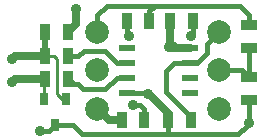
<source format=gtl>
G04 #@! TF.FileFunction,Copper,L1,Top,Signal*
%FSLAX46Y46*%
G04 Gerber Fmt 4.6, Leading zero omitted, Abs format (unit mm)*
G04 Created by KiCad (PCBNEW 0.201411101246+5259~19~ubuntu14.04.1-product) date mar 18 nov 2014 21:31:49 CET*
%MOMM*%
G01*
G04 APERTURE LIST*
%ADD10C,0.020000*%
%ADD11C,2.000000*%
%ADD12R,0.889000X1.397000*%
%ADD13R,0.800100X1.000760*%
%ADD14R,1.399540X0.599440*%
%ADD15R,1.397000X0.889000*%
%ADD16C,0.900000*%
%ADD17C,0.635000*%
%ADD18C,0.254000*%
%ADD19C,0.381000*%
%ADD20C,0.508000*%
G04 APERTURE END LIST*
D10*
D11*
X163620600Y-181889400D03*
X153320600Y-181889400D03*
X153320600Y-185139400D03*
X163620600Y-185139400D03*
X153320600Y-178639400D03*
X163620600Y-178639400D03*
D12*
X159497500Y-177700000D03*
X161402500Y-177700000D03*
D13*
X149733000Y-186519820D03*
X148780500Y-184320180D03*
X150685500Y-184320180D03*
D14*
X161142000Y-179995000D03*
X155808000Y-179995000D03*
X161142000Y-181265000D03*
X161142000Y-182535000D03*
X161142000Y-183805000D03*
X155808000Y-181265000D03*
X155808000Y-182535000D03*
X155808000Y-183805000D03*
D12*
X150812500Y-178689000D03*
X148907500Y-178689000D03*
X148907500Y-180721000D03*
X150812500Y-180721000D03*
X148907500Y-182626000D03*
X150812500Y-182626000D03*
X161202500Y-186075000D03*
X159297500Y-186075000D03*
X155372500Y-186075000D03*
X157277500Y-186075000D03*
X155797500Y-177700000D03*
X157702500Y-177700000D03*
D15*
X166175000Y-178097500D03*
X166175000Y-180002500D03*
X166175000Y-182497500D03*
X166175000Y-184402500D03*
D16*
X151503000Y-176728000D03*
X159370000Y-179960000D03*
X148455000Y-187015000D03*
X161261120Y-178980459D03*
X157570000Y-183880000D03*
X166175000Y-186385000D03*
X146050000Y-182880000D03*
X146050000Y-180975000D03*
X156025000Y-178991278D03*
X156325000Y-184826510D03*
D17*
X151503000Y-177998500D02*
X151503000Y-176728000D01*
X150812500Y-178689000D02*
X151503000Y-177998500D01*
X159497500Y-179547500D02*
X159945000Y-179995000D01*
X159945000Y-179995000D02*
X161142000Y-179995000D01*
X159497500Y-177700000D02*
X159497500Y-179547500D01*
X154256200Y-186075000D02*
X153320600Y-185139400D01*
X155372500Y-186075000D02*
X154256200Y-186075000D01*
X159497500Y-177700000D02*
X159497500Y-179033500D01*
X159405000Y-179995000D02*
X159370000Y-179960000D01*
X159945000Y-179995000D02*
X159405000Y-179995000D01*
D18*
X149733000Y-186519820D02*
X149733000Y-186620150D01*
D19*
X149237820Y-187015000D02*
X149733000Y-186519820D01*
X148455000Y-187015000D02*
X149237820Y-187015000D01*
X159297500Y-186075000D02*
X159297500Y-185572500D01*
X157580000Y-183805000D02*
X155808000Y-183805000D01*
D17*
X159297500Y-185522500D02*
X157580000Y-183805000D01*
X159297500Y-186075000D02*
X159297500Y-185522500D01*
D19*
X159297500Y-186597500D02*
X159297500Y-186075000D01*
X150514050Y-186519820D02*
X149733000Y-186519820D01*
X151244820Y-186519820D02*
X149733000Y-186519820D01*
X152050000Y-187325000D02*
X151244820Y-186519820D01*
X159468000Y-187325000D02*
X159513784Y-187325000D01*
X159297500Y-187154500D02*
X159468000Y-187325000D01*
X159297500Y-186075000D02*
X159297500Y-187154500D01*
X159513784Y-187325000D02*
X152050000Y-187325000D01*
X161402500Y-178839079D02*
X161261120Y-178980459D01*
X161402500Y-177700000D02*
X161402500Y-178839079D01*
X165235000Y-187325000D02*
X159513784Y-187325000D01*
X166175000Y-184402500D02*
X166175000Y-186385000D01*
X165961748Y-186598252D02*
X166175000Y-186385000D01*
X165961748Y-186598252D02*
X165235000Y-187325000D01*
D18*
X146304000Y-182626000D02*
X146050000Y-182880000D01*
X148780500Y-182753000D02*
X148907500Y-182626000D01*
X148780500Y-184320180D02*
X148780500Y-182753000D01*
D19*
X146304000Y-182626000D02*
X146050000Y-182880000D01*
D17*
X146304000Y-182626000D02*
X146050000Y-182880000D01*
X148907500Y-182626000D02*
X146304000Y-182626000D01*
D18*
X146304000Y-180721000D02*
X146050000Y-180975000D01*
X150284180Y-184320180D02*
X150685500Y-184320180D01*
X149860000Y-183896000D02*
X150284180Y-184320180D01*
X149860000Y-180975000D02*
X149860000Y-183896000D01*
X149606000Y-180721000D02*
X149860000Y-180975000D01*
X148907500Y-180721000D02*
X149606000Y-180721000D01*
D19*
X146304000Y-180721000D02*
X146050000Y-180975000D01*
D17*
X146304000Y-180721000D02*
X146050000Y-180975000D01*
X148907500Y-180721000D02*
X146304000Y-180721000D01*
D20*
X148907500Y-178689000D02*
X148907500Y-180721000D01*
D19*
X151229000Y-180721000D02*
X150812500Y-180721000D01*
X151680000Y-180720000D02*
X150813500Y-180720000D01*
X152140000Y-180260000D02*
X151680000Y-180720000D01*
X153960000Y-180260000D02*
X152140000Y-180260000D01*
X150813500Y-180720000D02*
X150812500Y-180721000D01*
X154965000Y-181265000D02*
X153960000Y-180260000D01*
X155808000Y-181265000D02*
X154965000Y-181265000D01*
X153975000Y-183500000D02*
X152120000Y-183500000D01*
X154940000Y-182535000D02*
X153975000Y-183500000D01*
X155808000Y-182535000D02*
X154940000Y-182535000D01*
X152120000Y-183500000D02*
X151710000Y-183090000D01*
X151710000Y-183090000D02*
X151350000Y-183090000D01*
X150886000Y-182626000D02*
X150812500Y-182626000D01*
X151350000Y-183090000D02*
X150886000Y-182626000D01*
X161202500Y-186075000D02*
X161202500Y-185902500D01*
X162620601Y-179639399D02*
X163620600Y-178639400D01*
X162620601Y-180429399D02*
X162620601Y-179639399D01*
X161785000Y-181265000D02*
X162620601Y-180429399D01*
X161142000Y-181265000D02*
X161785000Y-181265000D01*
X159810000Y-181265000D02*
X161142000Y-181265000D01*
X159125000Y-183743500D02*
X159125000Y-181950000D01*
X161202500Y-185821000D02*
X159125000Y-183743500D01*
X159125000Y-181950000D02*
X159810000Y-181265000D01*
X161202500Y-186075000D02*
X161202500Y-185821000D01*
X163060000Y-182450000D02*
X163620600Y-181889400D01*
X163620600Y-182390400D02*
X163620600Y-181889400D01*
X163620600Y-181889400D02*
X164185600Y-181889400D01*
X166175000Y-182497500D02*
X166175000Y-180002500D01*
X165566900Y-181889400D02*
X166175000Y-182497500D01*
X163620600Y-181889400D02*
X165566900Y-181889400D01*
X157277500Y-186075000D02*
X157277500Y-185779010D01*
X155797500Y-178763778D02*
X156025000Y-178991278D01*
X155797500Y-177700000D02*
X155797500Y-178763778D01*
X156901510Y-184826510D02*
X156325000Y-184826510D01*
X157275000Y-185200000D02*
X156901510Y-184826510D01*
X157275000Y-186072500D02*
X157275000Y-185200000D01*
X157277500Y-186075000D02*
X157275000Y-186072500D01*
X166175000Y-177225000D02*
X165375000Y-176425000D01*
X165375000Y-176425000D02*
X158175000Y-176425000D01*
X158175000Y-176425000D02*
X157702500Y-176897500D01*
X157702500Y-176897500D02*
X157702500Y-177700000D01*
X166175000Y-178097500D02*
X166175000Y-177225000D01*
X153320600Y-177225187D02*
X153320600Y-178639400D01*
X154120787Y-176425000D02*
X153320600Y-177225187D01*
X158175000Y-176425000D02*
X154120787Y-176425000D01*
M02*

</source>
